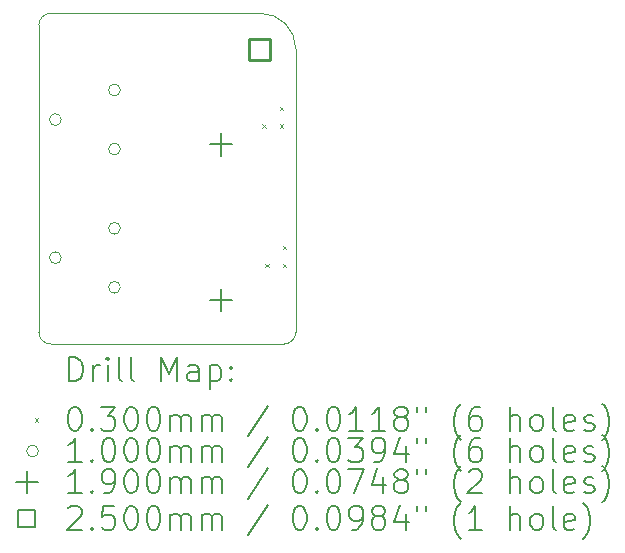
<source format=gbr>
%TF.GenerationSoftware,KiCad,Pcbnew,8.0.1*%
%TF.CreationDate,2024-07-04T15:13:46+08:00*%
%TF.ProjectId,555Sandbox,35353553-616e-4646-926f-782e6b696361,1.0.0*%
%TF.SameCoordinates,Original*%
%TF.FileFunction,Drillmap*%
%TF.FilePolarity,Positive*%
%FSLAX45Y45*%
G04 Gerber Fmt 4.5, Leading zero omitted, Abs format (unit mm)*
G04 Created by KiCad (PCBNEW 8.0.1) date 2024-07-04 15:13:46*
%MOMM*%
%LPD*%
G01*
G04 APERTURE LIST*
%ADD10C,0.050000*%
%ADD11C,0.200000*%
%ADD12C,0.100000*%
%ADD13C,0.190000*%
%ADD14C,0.250000*%
G04 APERTURE END LIST*
D10*
X9370000Y-6690000D02*
G75*
G02*
X9670000Y-6990000I0J-300000D01*
G01*
X9670000Y-9390000D02*
X9670000Y-6990000D01*
X7595000Y-9490000D02*
G75*
G02*
X7494292Y-9390005I0J100710D01*
G01*
X7495000Y-9390000D02*
X7495000Y-6790000D01*
X9670000Y-9390000D02*
G75*
G02*
X9570000Y-9490000I-100000J0D01*
G01*
X9570000Y-9490000D02*
X7595000Y-9490000D01*
X7495000Y-6790000D02*
G75*
G02*
X7595000Y-6690000I100000J0D01*
G01*
X7595000Y-6690000D02*
X9370000Y-6690000D01*
D11*
D12*
X9385000Y-7630000D02*
X9415000Y-7660000D01*
X9415000Y-7630000D02*
X9385000Y-7660000D01*
X9410000Y-8810000D02*
X9440000Y-8840000D01*
X9440000Y-8810000D02*
X9410000Y-8840000D01*
X9535000Y-7480000D02*
X9565000Y-7510000D01*
X9565000Y-7480000D02*
X9535000Y-7510000D01*
X9535000Y-7630000D02*
X9565000Y-7660000D01*
X9565000Y-7630000D02*
X9535000Y-7660000D01*
X9560000Y-8660000D02*
X9590000Y-8690000D01*
X9590000Y-8660000D02*
X9560000Y-8690000D01*
X9560000Y-8810000D02*
X9590000Y-8840000D01*
X9590000Y-8810000D02*
X9560000Y-8840000D01*
X7685000Y-7590000D02*
G75*
G02*
X7585000Y-7590000I-50000J0D01*
G01*
X7585000Y-7590000D02*
G75*
G02*
X7685000Y-7590000I50000J0D01*
G01*
X7685000Y-8760000D02*
G75*
G02*
X7585000Y-8760000I-50000J0D01*
G01*
X7585000Y-8760000D02*
G75*
G02*
X7685000Y-8760000I50000J0D01*
G01*
X8185000Y-7340000D02*
G75*
G02*
X8085000Y-7340000I-50000J0D01*
G01*
X8085000Y-7340000D02*
G75*
G02*
X8185000Y-7340000I50000J0D01*
G01*
X8185000Y-7840000D02*
G75*
G02*
X8085000Y-7840000I-50000J0D01*
G01*
X8085000Y-7840000D02*
G75*
G02*
X8185000Y-7840000I50000J0D01*
G01*
X8185000Y-8510000D02*
G75*
G02*
X8085000Y-8510000I-50000J0D01*
G01*
X8085000Y-8510000D02*
G75*
G02*
X8185000Y-8510000I50000J0D01*
G01*
X8185000Y-9010000D02*
G75*
G02*
X8085000Y-9010000I-50000J0D01*
G01*
X8085000Y-9010000D02*
G75*
G02*
X8185000Y-9010000I50000J0D01*
G01*
D13*
X9035000Y-7705000D02*
X9035000Y-7895000D01*
X8940000Y-7800000D02*
X9130000Y-7800000D01*
X9035000Y-9025000D02*
X9035000Y-9215000D01*
X8940000Y-9120000D02*
X9130000Y-9120000D01*
D14*
X9448389Y-7083389D02*
X9448389Y-6906611D01*
X9271611Y-6906611D01*
X9271611Y-7083389D01*
X9448389Y-7083389D01*
D11*
X7752569Y-9803984D02*
X7752569Y-9603984D01*
X7752569Y-9603984D02*
X7800188Y-9603984D01*
X7800188Y-9603984D02*
X7828759Y-9613508D01*
X7828759Y-9613508D02*
X7847807Y-9632555D01*
X7847807Y-9632555D02*
X7857330Y-9651603D01*
X7857330Y-9651603D02*
X7866854Y-9689698D01*
X7866854Y-9689698D02*
X7866854Y-9718270D01*
X7866854Y-9718270D02*
X7857330Y-9756365D01*
X7857330Y-9756365D02*
X7847807Y-9775412D01*
X7847807Y-9775412D02*
X7828759Y-9794460D01*
X7828759Y-9794460D02*
X7800188Y-9803984D01*
X7800188Y-9803984D02*
X7752569Y-9803984D01*
X7952569Y-9803984D02*
X7952569Y-9670650D01*
X7952569Y-9708746D02*
X7962092Y-9689698D01*
X7962092Y-9689698D02*
X7971616Y-9680174D01*
X7971616Y-9680174D02*
X7990664Y-9670650D01*
X7990664Y-9670650D02*
X8009711Y-9670650D01*
X8076378Y-9803984D02*
X8076378Y-9670650D01*
X8076378Y-9603984D02*
X8066854Y-9613508D01*
X8066854Y-9613508D02*
X8076378Y-9623031D01*
X8076378Y-9623031D02*
X8085902Y-9613508D01*
X8085902Y-9613508D02*
X8076378Y-9603984D01*
X8076378Y-9603984D02*
X8076378Y-9623031D01*
X8200188Y-9803984D02*
X8181140Y-9794460D01*
X8181140Y-9794460D02*
X8171616Y-9775412D01*
X8171616Y-9775412D02*
X8171616Y-9603984D01*
X8304949Y-9803984D02*
X8285902Y-9794460D01*
X8285902Y-9794460D02*
X8276378Y-9775412D01*
X8276378Y-9775412D02*
X8276378Y-9603984D01*
X8533521Y-9803984D02*
X8533521Y-9603984D01*
X8533521Y-9603984D02*
X8600188Y-9746841D01*
X8600188Y-9746841D02*
X8666854Y-9603984D01*
X8666854Y-9603984D02*
X8666854Y-9803984D01*
X8847807Y-9803984D02*
X8847807Y-9699222D01*
X8847807Y-9699222D02*
X8838283Y-9680174D01*
X8838283Y-9680174D02*
X8819235Y-9670650D01*
X8819235Y-9670650D02*
X8781140Y-9670650D01*
X8781140Y-9670650D02*
X8762092Y-9680174D01*
X8847807Y-9794460D02*
X8828759Y-9803984D01*
X8828759Y-9803984D02*
X8781140Y-9803984D01*
X8781140Y-9803984D02*
X8762092Y-9794460D01*
X8762092Y-9794460D02*
X8752569Y-9775412D01*
X8752569Y-9775412D02*
X8752569Y-9756365D01*
X8752569Y-9756365D02*
X8762092Y-9737317D01*
X8762092Y-9737317D02*
X8781140Y-9727793D01*
X8781140Y-9727793D02*
X8828759Y-9727793D01*
X8828759Y-9727793D02*
X8847807Y-9718270D01*
X8943045Y-9670650D02*
X8943045Y-9870650D01*
X8943045Y-9680174D02*
X8962092Y-9670650D01*
X8962092Y-9670650D02*
X9000188Y-9670650D01*
X9000188Y-9670650D02*
X9019235Y-9680174D01*
X9019235Y-9680174D02*
X9028759Y-9689698D01*
X9028759Y-9689698D02*
X9038283Y-9708746D01*
X9038283Y-9708746D02*
X9038283Y-9765889D01*
X9038283Y-9765889D02*
X9028759Y-9784936D01*
X9028759Y-9784936D02*
X9019235Y-9794460D01*
X9019235Y-9794460D02*
X9000188Y-9803984D01*
X9000188Y-9803984D02*
X8962092Y-9803984D01*
X8962092Y-9803984D02*
X8943045Y-9794460D01*
X9123997Y-9784936D02*
X9133521Y-9794460D01*
X9133521Y-9794460D02*
X9123997Y-9803984D01*
X9123997Y-9803984D02*
X9114473Y-9794460D01*
X9114473Y-9794460D02*
X9123997Y-9784936D01*
X9123997Y-9784936D02*
X9123997Y-9803984D01*
X9123997Y-9680174D02*
X9133521Y-9689698D01*
X9133521Y-9689698D02*
X9123997Y-9699222D01*
X9123997Y-9699222D02*
X9114473Y-9689698D01*
X9114473Y-9689698D02*
X9123997Y-9680174D01*
X9123997Y-9680174D02*
X9123997Y-9699222D01*
D12*
X7461792Y-10117500D02*
X7491792Y-10147500D01*
X7491792Y-10117500D02*
X7461792Y-10147500D01*
D11*
X7790664Y-10023984D02*
X7809711Y-10023984D01*
X7809711Y-10023984D02*
X7828759Y-10033508D01*
X7828759Y-10033508D02*
X7838283Y-10043031D01*
X7838283Y-10043031D02*
X7847807Y-10062079D01*
X7847807Y-10062079D02*
X7857330Y-10100174D01*
X7857330Y-10100174D02*
X7857330Y-10147793D01*
X7857330Y-10147793D02*
X7847807Y-10185889D01*
X7847807Y-10185889D02*
X7838283Y-10204936D01*
X7838283Y-10204936D02*
X7828759Y-10214460D01*
X7828759Y-10214460D02*
X7809711Y-10223984D01*
X7809711Y-10223984D02*
X7790664Y-10223984D01*
X7790664Y-10223984D02*
X7771616Y-10214460D01*
X7771616Y-10214460D02*
X7762092Y-10204936D01*
X7762092Y-10204936D02*
X7752569Y-10185889D01*
X7752569Y-10185889D02*
X7743045Y-10147793D01*
X7743045Y-10147793D02*
X7743045Y-10100174D01*
X7743045Y-10100174D02*
X7752569Y-10062079D01*
X7752569Y-10062079D02*
X7762092Y-10043031D01*
X7762092Y-10043031D02*
X7771616Y-10033508D01*
X7771616Y-10033508D02*
X7790664Y-10023984D01*
X7943045Y-10204936D02*
X7952569Y-10214460D01*
X7952569Y-10214460D02*
X7943045Y-10223984D01*
X7943045Y-10223984D02*
X7933521Y-10214460D01*
X7933521Y-10214460D02*
X7943045Y-10204936D01*
X7943045Y-10204936D02*
X7943045Y-10223984D01*
X8019235Y-10023984D02*
X8143045Y-10023984D01*
X8143045Y-10023984D02*
X8076378Y-10100174D01*
X8076378Y-10100174D02*
X8104950Y-10100174D01*
X8104950Y-10100174D02*
X8123997Y-10109698D01*
X8123997Y-10109698D02*
X8133521Y-10119222D01*
X8133521Y-10119222D02*
X8143045Y-10138270D01*
X8143045Y-10138270D02*
X8143045Y-10185889D01*
X8143045Y-10185889D02*
X8133521Y-10204936D01*
X8133521Y-10204936D02*
X8123997Y-10214460D01*
X8123997Y-10214460D02*
X8104950Y-10223984D01*
X8104950Y-10223984D02*
X8047807Y-10223984D01*
X8047807Y-10223984D02*
X8028759Y-10214460D01*
X8028759Y-10214460D02*
X8019235Y-10204936D01*
X8266854Y-10023984D02*
X8285902Y-10023984D01*
X8285902Y-10023984D02*
X8304950Y-10033508D01*
X8304950Y-10033508D02*
X8314473Y-10043031D01*
X8314473Y-10043031D02*
X8323997Y-10062079D01*
X8323997Y-10062079D02*
X8333521Y-10100174D01*
X8333521Y-10100174D02*
X8333521Y-10147793D01*
X8333521Y-10147793D02*
X8323997Y-10185889D01*
X8323997Y-10185889D02*
X8314473Y-10204936D01*
X8314473Y-10204936D02*
X8304950Y-10214460D01*
X8304950Y-10214460D02*
X8285902Y-10223984D01*
X8285902Y-10223984D02*
X8266854Y-10223984D01*
X8266854Y-10223984D02*
X8247807Y-10214460D01*
X8247807Y-10214460D02*
X8238283Y-10204936D01*
X8238283Y-10204936D02*
X8228759Y-10185889D01*
X8228759Y-10185889D02*
X8219235Y-10147793D01*
X8219235Y-10147793D02*
X8219235Y-10100174D01*
X8219235Y-10100174D02*
X8228759Y-10062079D01*
X8228759Y-10062079D02*
X8238283Y-10043031D01*
X8238283Y-10043031D02*
X8247807Y-10033508D01*
X8247807Y-10033508D02*
X8266854Y-10023984D01*
X8457331Y-10023984D02*
X8476378Y-10023984D01*
X8476378Y-10023984D02*
X8495426Y-10033508D01*
X8495426Y-10033508D02*
X8504950Y-10043031D01*
X8504950Y-10043031D02*
X8514473Y-10062079D01*
X8514473Y-10062079D02*
X8523997Y-10100174D01*
X8523997Y-10100174D02*
X8523997Y-10147793D01*
X8523997Y-10147793D02*
X8514473Y-10185889D01*
X8514473Y-10185889D02*
X8504950Y-10204936D01*
X8504950Y-10204936D02*
X8495426Y-10214460D01*
X8495426Y-10214460D02*
X8476378Y-10223984D01*
X8476378Y-10223984D02*
X8457331Y-10223984D01*
X8457331Y-10223984D02*
X8438283Y-10214460D01*
X8438283Y-10214460D02*
X8428759Y-10204936D01*
X8428759Y-10204936D02*
X8419235Y-10185889D01*
X8419235Y-10185889D02*
X8409712Y-10147793D01*
X8409712Y-10147793D02*
X8409712Y-10100174D01*
X8409712Y-10100174D02*
X8419235Y-10062079D01*
X8419235Y-10062079D02*
X8428759Y-10043031D01*
X8428759Y-10043031D02*
X8438283Y-10033508D01*
X8438283Y-10033508D02*
X8457331Y-10023984D01*
X8609712Y-10223984D02*
X8609712Y-10090650D01*
X8609712Y-10109698D02*
X8619235Y-10100174D01*
X8619235Y-10100174D02*
X8638283Y-10090650D01*
X8638283Y-10090650D02*
X8666854Y-10090650D01*
X8666854Y-10090650D02*
X8685902Y-10100174D01*
X8685902Y-10100174D02*
X8695426Y-10119222D01*
X8695426Y-10119222D02*
X8695426Y-10223984D01*
X8695426Y-10119222D02*
X8704950Y-10100174D01*
X8704950Y-10100174D02*
X8723997Y-10090650D01*
X8723997Y-10090650D02*
X8752569Y-10090650D01*
X8752569Y-10090650D02*
X8771616Y-10100174D01*
X8771616Y-10100174D02*
X8781140Y-10119222D01*
X8781140Y-10119222D02*
X8781140Y-10223984D01*
X8876378Y-10223984D02*
X8876378Y-10090650D01*
X8876378Y-10109698D02*
X8885902Y-10100174D01*
X8885902Y-10100174D02*
X8904950Y-10090650D01*
X8904950Y-10090650D02*
X8933521Y-10090650D01*
X8933521Y-10090650D02*
X8952569Y-10100174D01*
X8952569Y-10100174D02*
X8962093Y-10119222D01*
X8962093Y-10119222D02*
X8962093Y-10223984D01*
X8962093Y-10119222D02*
X8971616Y-10100174D01*
X8971616Y-10100174D02*
X8990664Y-10090650D01*
X8990664Y-10090650D02*
X9019235Y-10090650D01*
X9019235Y-10090650D02*
X9038283Y-10100174D01*
X9038283Y-10100174D02*
X9047807Y-10119222D01*
X9047807Y-10119222D02*
X9047807Y-10223984D01*
X9438283Y-10014460D02*
X9266855Y-10271603D01*
X9695426Y-10023984D02*
X9714474Y-10023984D01*
X9714474Y-10023984D02*
X9733521Y-10033508D01*
X9733521Y-10033508D02*
X9743045Y-10043031D01*
X9743045Y-10043031D02*
X9752569Y-10062079D01*
X9752569Y-10062079D02*
X9762093Y-10100174D01*
X9762093Y-10100174D02*
X9762093Y-10147793D01*
X9762093Y-10147793D02*
X9752569Y-10185889D01*
X9752569Y-10185889D02*
X9743045Y-10204936D01*
X9743045Y-10204936D02*
X9733521Y-10214460D01*
X9733521Y-10214460D02*
X9714474Y-10223984D01*
X9714474Y-10223984D02*
X9695426Y-10223984D01*
X9695426Y-10223984D02*
X9676378Y-10214460D01*
X9676378Y-10214460D02*
X9666855Y-10204936D01*
X9666855Y-10204936D02*
X9657331Y-10185889D01*
X9657331Y-10185889D02*
X9647807Y-10147793D01*
X9647807Y-10147793D02*
X9647807Y-10100174D01*
X9647807Y-10100174D02*
X9657331Y-10062079D01*
X9657331Y-10062079D02*
X9666855Y-10043031D01*
X9666855Y-10043031D02*
X9676378Y-10033508D01*
X9676378Y-10033508D02*
X9695426Y-10023984D01*
X9847807Y-10204936D02*
X9857331Y-10214460D01*
X9857331Y-10214460D02*
X9847807Y-10223984D01*
X9847807Y-10223984D02*
X9838283Y-10214460D01*
X9838283Y-10214460D02*
X9847807Y-10204936D01*
X9847807Y-10204936D02*
X9847807Y-10223984D01*
X9981140Y-10023984D02*
X10000188Y-10023984D01*
X10000188Y-10023984D02*
X10019236Y-10033508D01*
X10019236Y-10033508D02*
X10028759Y-10043031D01*
X10028759Y-10043031D02*
X10038283Y-10062079D01*
X10038283Y-10062079D02*
X10047807Y-10100174D01*
X10047807Y-10100174D02*
X10047807Y-10147793D01*
X10047807Y-10147793D02*
X10038283Y-10185889D01*
X10038283Y-10185889D02*
X10028759Y-10204936D01*
X10028759Y-10204936D02*
X10019236Y-10214460D01*
X10019236Y-10214460D02*
X10000188Y-10223984D01*
X10000188Y-10223984D02*
X9981140Y-10223984D01*
X9981140Y-10223984D02*
X9962093Y-10214460D01*
X9962093Y-10214460D02*
X9952569Y-10204936D01*
X9952569Y-10204936D02*
X9943045Y-10185889D01*
X9943045Y-10185889D02*
X9933521Y-10147793D01*
X9933521Y-10147793D02*
X9933521Y-10100174D01*
X9933521Y-10100174D02*
X9943045Y-10062079D01*
X9943045Y-10062079D02*
X9952569Y-10043031D01*
X9952569Y-10043031D02*
X9962093Y-10033508D01*
X9962093Y-10033508D02*
X9981140Y-10023984D01*
X10238283Y-10223984D02*
X10123997Y-10223984D01*
X10181140Y-10223984D02*
X10181140Y-10023984D01*
X10181140Y-10023984D02*
X10162093Y-10052555D01*
X10162093Y-10052555D02*
X10143045Y-10071603D01*
X10143045Y-10071603D02*
X10123997Y-10081127D01*
X10428759Y-10223984D02*
X10314474Y-10223984D01*
X10371616Y-10223984D02*
X10371616Y-10023984D01*
X10371616Y-10023984D02*
X10352569Y-10052555D01*
X10352569Y-10052555D02*
X10333521Y-10071603D01*
X10333521Y-10071603D02*
X10314474Y-10081127D01*
X10543045Y-10109698D02*
X10523997Y-10100174D01*
X10523997Y-10100174D02*
X10514474Y-10090650D01*
X10514474Y-10090650D02*
X10504950Y-10071603D01*
X10504950Y-10071603D02*
X10504950Y-10062079D01*
X10504950Y-10062079D02*
X10514474Y-10043031D01*
X10514474Y-10043031D02*
X10523997Y-10033508D01*
X10523997Y-10033508D02*
X10543045Y-10023984D01*
X10543045Y-10023984D02*
X10581140Y-10023984D01*
X10581140Y-10023984D02*
X10600188Y-10033508D01*
X10600188Y-10033508D02*
X10609712Y-10043031D01*
X10609712Y-10043031D02*
X10619236Y-10062079D01*
X10619236Y-10062079D02*
X10619236Y-10071603D01*
X10619236Y-10071603D02*
X10609712Y-10090650D01*
X10609712Y-10090650D02*
X10600188Y-10100174D01*
X10600188Y-10100174D02*
X10581140Y-10109698D01*
X10581140Y-10109698D02*
X10543045Y-10109698D01*
X10543045Y-10109698D02*
X10523997Y-10119222D01*
X10523997Y-10119222D02*
X10514474Y-10128746D01*
X10514474Y-10128746D02*
X10504950Y-10147793D01*
X10504950Y-10147793D02*
X10504950Y-10185889D01*
X10504950Y-10185889D02*
X10514474Y-10204936D01*
X10514474Y-10204936D02*
X10523997Y-10214460D01*
X10523997Y-10214460D02*
X10543045Y-10223984D01*
X10543045Y-10223984D02*
X10581140Y-10223984D01*
X10581140Y-10223984D02*
X10600188Y-10214460D01*
X10600188Y-10214460D02*
X10609712Y-10204936D01*
X10609712Y-10204936D02*
X10619236Y-10185889D01*
X10619236Y-10185889D02*
X10619236Y-10147793D01*
X10619236Y-10147793D02*
X10609712Y-10128746D01*
X10609712Y-10128746D02*
X10600188Y-10119222D01*
X10600188Y-10119222D02*
X10581140Y-10109698D01*
X10695426Y-10023984D02*
X10695426Y-10062079D01*
X10771617Y-10023984D02*
X10771617Y-10062079D01*
X11066855Y-10300174D02*
X11057331Y-10290650D01*
X11057331Y-10290650D02*
X11038283Y-10262079D01*
X11038283Y-10262079D02*
X11028759Y-10243031D01*
X11028759Y-10243031D02*
X11019236Y-10214460D01*
X11019236Y-10214460D02*
X11009712Y-10166841D01*
X11009712Y-10166841D02*
X11009712Y-10128746D01*
X11009712Y-10128746D02*
X11019236Y-10081127D01*
X11019236Y-10081127D02*
X11028759Y-10052555D01*
X11028759Y-10052555D02*
X11038283Y-10033508D01*
X11038283Y-10033508D02*
X11057331Y-10004936D01*
X11057331Y-10004936D02*
X11066855Y-9995412D01*
X11228759Y-10023984D02*
X11190664Y-10023984D01*
X11190664Y-10023984D02*
X11171617Y-10033508D01*
X11171617Y-10033508D02*
X11162093Y-10043031D01*
X11162093Y-10043031D02*
X11143045Y-10071603D01*
X11143045Y-10071603D02*
X11133521Y-10109698D01*
X11133521Y-10109698D02*
X11133521Y-10185889D01*
X11133521Y-10185889D02*
X11143045Y-10204936D01*
X11143045Y-10204936D02*
X11152569Y-10214460D01*
X11152569Y-10214460D02*
X11171617Y-10223984D01*
X11171617Y-10223984D02*
X11209712Y-10223984D01*
X11209712Y-10223984D02*
X11228759Y-10214460D01*
X11228759Y-10214460D02*
X11238283Y-10204936D01*
X11238283Y-10204936D02*
X11247807Y-10185889D01*
X11247807Y-10185889D02*
X11247807Y-10138270D01*
X11247807Y-10138270D02*
X11238283Y-10119222D01*
X11238283Y-10119222D02*
X11228759Y-10109698D01*
X11228759Y-10109698D02*
X11209712Y-10100174D01*
X11209712Y-10100174D02*
X11171617Y-10100174D01*
X11171617Y-10100174D02*
X11152569Y-10109698D01*
X11152569Y-10109698D02*
X11143045Y-10119222D01*
X11143045Y-10119222D02*
X11133521Y-10138270D01*
X11485902Y-10223984D02*
X11485902Y-10023984D01*
X11571617Y-10223984D02*
X11571617Y-10119222D01*
X11571617Y-10119222D02*
X11562093Y-10100174D01*
X11562093Y-10100174D02*
X11543045Y-10090650D01*
X11543045Y-10090650D02*
X11514474Y-10090650D01*
X11514474Y-10090650D02*
X11495426Y-10100174D01*
X11495426Y-10100174D02*
X11485902Y-10109698D01*
X11695426Y-10223984D02*
X11676378Y-10214460D01*
X11676378Y-10214460D02*
X11666855Y-10204936D01*
X11666855Y-10204936D02*
X11657331Y-10185889D01*
X11657331Y-10185889D02*
X11657331Y-10128746D01*
X11657331Y-10128746D02*
X11666855Y-10109698D01*
X11666855Y-10109698D02*
X11676378Y-10100174D01*
X11676378Y-10100174D02*
X11695426Y-10090650D01*
X11695426Y-10090650D02*
X11723998Y-10090650D01*
X11723998Y-10090650D02*
X11743045Y-10100174D01*
X11743045Y-10100174D02*
X11752569Y-10109698D01*
X11752569Y-10109698D02*
X11762093Y-10128746D01*
X11762093Y-10128746D02*
X11762093Y-10185889D01*
X11762093Y-10185889D02*
X11752569Y-10204936D01*
X11752569Y-10204936D02*
X11743045Y-10214460D01*
X11743045Y-10214460D02*
X11723998Y-10223984D01*
X11723998Y-10223984D02*
X11695426Y-10223984D01*
X11876378Y-10223984D02*
X11857331Y-10214460D01*
X11857331Y-10214460D02*
X11847807Y-10195412D01*
X11847807Y-10195412D02*
X11847807Y-10023984D01*
X12028759Y-10214460D02*
X12009712Y-10223984D01*
X12009712Y-10223984D02*
X11971617Y-10223984D01*
X11971617Y-10223984D02*
X11952569Y-10214460D01*
X11952569Y-10214460D02*
X11943045Y-10195412D01*
X11943045Y-10195412D02*
X11943045Y-10119222D01*
X11943045Y-10119222D02*
X11952569Y-10100174D01*
X11952569Y-10100174D02*
X11971617Y-10090650D01*
X11971617Y-10090650D02*
X12009712Y-10090650D01*
X12009712Y-10090650D02*
X12028759Y-10100174D01*
X12028759Y-10100174D02*
X12038283Y-10119222D01*
X12038283Y-10119222D02*
X12038283Y-10138270D01*
X12038283Y-10138270D02*
X11943045Y-10157317D01*
X12114474Y-10214460D02*
X12133521Y-10223984D01*
X12133521Y-10223984D02*
X12171617Y-10223984D01*
X12171617Y-10223984D02*
X12190664Y-10214460D01*
X12190664Y-10214460D02*
X12200188Y-10195412D01*
X12200188Y-10195412D02*
X12200188Y-10185889D01*
X12200188Y-10185889D02*
X12190664Y-10166841D01*
X12190664Y-10166841D02*
X12171617Y-10157317D01*
X12171617Y-10157317D02*
X12143045Y-10157317D01*
X12143045Y-10157317D02*
X12123998Y-10147793D01*
X12123998Y-10147793D02*
X12114474Y-10128746D01*
X12114474Y-10128746D02*
X12114474Y-10119222D01*
X12114474Y-10119222D02*
X12123998Y-10100174D01*
X12123998Y-10100174D02*
X12143045Y-10090650D01*
X12143045Y-10090650D02*
X12171617Y-10090650D01*
X12171617Y-10090650D02*
X12190664Y-10100174D01*
X12266855Y-10300174D02*
X12276379Y-10290650D01*
X12276379Y-10290650D02*
X12295426Y-10262079D01*
X12295426Y-10262079D02*
X12304950Y-10243031D01*
X12304950Y-10243031D02*
X12314474Y-10214460D01*
X12314474Y-10214460D02*
X12323998Y-10166841D01*
X12323998Y-10166841D02*
X12323998Y-10128746D01*
X12323998Y-10128746D02*
X12314474Y-10081127D01*
X12314474Y-10081127D02*
X12304950Y-10052555D01*
X12304950Y-10052555D02*
X12295426Y-10033508D01*
X12295426Y-10033508D02*
X12276379Y-10004936D01*
X12276379Y-10004936D02*
X12266855Y-9995412D01*
D12*
X7491792Y-10396500D02*
G75*
G02*
X7391792Y-10396500I-50000J0D01*
G01*
X7391792Y-10396500D02*
G75*
G02*
X7491792Y-10396500I50000J0D01*
G01*
D11*
X7857330Y-10487984D02*
X7743045Y-10487984D01*
X7800188Y-10487984D02*
X7800188Y-10287984D01*
X7800188Y-10287984D02*
X7781140Y-10316555D01*
X7781140Y-10316555D02*
X7762092Y-10335603D01*
X7762092Y-10335603D02*
X7743045Y-10345127D01*
X7943045Y-10468936D02*
X7952569Y-10478460D01*
X7952569Y-10478460D02*
X7943045Y-10487984D01*
X7943045Y-10487984D02*
X7933521Y-10478460D01*
X7933521Y-10478460D02*
X7943045Y-10468936D01*
X7943045Y-10468936D02*
X7943045Y-10487984D01*
X8076378Y-10287984D02*
X8095426Y-10287984D01*
X8095426Y-10287984D02*
X8114473Y-10297508D01*
X8114473Y-10297508D02*
X8123997Y-10307031D01*
X8123997Y-10307031D02*
X8133521Y-10326079D01*
X8133521Y-10326079D02*
X8143045Y-10364174D01*
X8143045Y-10364174D02*
X8143045Y-10411793D01*
X8143045Y-10411793D02*
X8133521Y-10449889D01*
X8133521Y-10449889D02*
X8123997Y-10468936D01*
X8123997Y-10468936D02*
X8114473Y-10478460D01*
X8114473Y-10478460D02*
X8095426Y-10487984D01*
X8095426Y-10487984D02*
X8076378Y-10487984D01*
X8076378Y-10487984D02*
X8057330Y-10478460D01*
X8057330Y-10478460D02*
X8047807Y-10468936D01*
X8047807Y-10468936D02*
X8038283Y-10449889D01*
X8038283Y-10449889D02*
X8028759Y-10411793D01*
X8028759Y-10411793D02*
X8028759Y-10364174D01*
X8028759Y-10364174D02*
X8038283Y-10326079D01*
X8038283Y-10326079D02*
X8047807Y-10307031D01*
X8047807Y-10307031D02*
X8057330Y-10297508D01*
X8057330Y-10297508D02*
X8076378Y-10287984D01*
X8266854Y-10287984D02*
X8285902Y-10287984D01*
X8285902Y-10287984D02*
X8304950Y-10297508D01*
X8304950Y-10297508D02*
X8314473Y-10307031D01*
X8314473Y-10307031D02*
X8323997Y-10326079D01*
X8323997Y-10326079D02*
X8333521Y-10364174D01*
X8333521Y-10364174D02*
X8333521Y-10411793D01*
X8333521Y-10411793D02*
X8323997Y-10449889D01*
X8323997Y-10449889D02*
X8314473Y-10468936D01*
X8314473Y-10468936D02*
X8304950Y-10478460D01*
X8304950Y-10478460D02*
X8285902Y-10487984D01*
X8285902Y-10487984D02*
X8266854Y-10487984D01*
X8266854Y-10487984D02*
X8247807Y-10478460D01*
X8247807Y-10478460D02*
X8238283Y-10468936D01*
X8238283Y-10468936D02*
X8228759Y-10449889D01*
X8228759Y-10449889D02*
X8219235Y-10411793D01*
X8219235Y-10411793D02*
X8219235Y-10364174D01*
X8219235Y-10364174D02*
X8228759Y-10326079D01*
X8228759Y-10326079D02*
X8238283Y-10307031D01*
X8238283Y-10307031D02*
X8247807Y-10297508D01*
X8247807Y-10297508D02*
X8266854Y-10287984D01*
X8457331Y-10287984D02*
X8476378Y-10287984D01*
X8476378Y-10287984D02*
X8495426Y-10297508D01*
X8495426Y-10297508D02*
X8504950Y-10307031D01*
X8504950Y-10307031D02*
X8514473Y-10326079D01*
X8514473Y-10326079D02*
X8523997Y-10364174D01*
X8523997Y-10364174D02*
X8523997Y-10411793D01*
X8523997Y-10411793D02*
X8514473Y-10449889D01*
X8514473Y-10449889D02*
X8504950Y-10468936D01*
X8504950Y-10468936D02*
X8495426Y-10478460D01*
X8495426Y-10478460D02*
X8476378Y-10487984D01*
X8476378Y-10487984D02*
X8457331Y-10487984D01*
X8457331Y-10487984D02*
X8438283Y-10478460D01*
X8438283Y-10478460D02*
X8428759Y-10468936D01*
X8428759Y-10468936D02*
X8419235Y-10449889D01*
X8419235Y-10449889D02*
X8409712Y-10411793D01*
X8409712Y-10411793D02*
X8409712Y-10364174D01*
X8409712Y-10364174D02*
X8419235Y-10326079D01*
X8419235Y-10326079D02*
X8428759Y-10307031D01*
X8428759Y-10307031D02*
X8438283Y-10297508D01*
X8438283Y-10297508D02*
X8457331Y-10287984D01*
X8609712Y-10487984D02*
X8609712Y-10354650D01*
X8609712Y-10373698D02*
X8619235Y-10364174D01*
X8619235Y-10364174D02*
X8638283Y-10354650D01*
X8638283Y-10354650D02*
X8666854Y-10354650D01*
X8666854Y-10354650D02*
X8685902Y-10364174D01*
X8685902Y-10364174D02*
X8695426Y-10383222D01*
X8695426Y-10383222D02*
X8695426Y-10487984D01*
X8695426Y-10383222D02*
X8704950Y-10364174D01*
X8704950Y-10364174D02*
X8723997Y-10354650D01*
X8723997Y-10354650D02*
X8752569Y-10354650D01*
X8752569Y-10354650D02*
X8771616Y-10364174D01*
X8771616Y-10364174D02*
X8781140Y-10383222D01*
X8781140Y-10383222D02*
X8781140Y-10487984D01*
X8876378Y-10487984D02*
X8876378Y-10354650D01*
X8876378Y-10373698D02*
X8885902Y-10364174D01*
X8885902Y-10364174D02*
X8904950Y-10354650D01*
X8904950Y-10354650D02*
X8933521Y-10354650D01*
X8933521Y-10354650D02*
X8952569Y-10364174D01*
X8952569Y-10364174D02*
X8962093Y-10383222D01*
X8962093Y-10383222D02*
X8962093Y-10487984D01*
X8962093Y-10383222D02*
X8971616Y-10364174D01*
X8971616Y-10364174D02*
X8990664Y-10354650D01*
X8990664Y-10354650D02*
X9019235Y-10354650D01*
X9019235Y-10354650D02*
X9038283Y-10364174D01*
X9038283Y-10364174D02*
X9047807Y-10383222D01*
X9047807Y-10383222D02*
X9047807Y-10487984D01*
X9438283Y-10278460D02*
X9266855Y-10535603D01*
X9695426Y-10287984D02*
X9714474Y-10287984D01*
X9714474Y-10287984D02*
X9733521Y-10297508D01*
X9733521Y-10297508D02*
X9743045Y-10307031D01*
X9743045Y-10307031D02*
X9752569Y-10326079D01*
X9752569Y-10326079D02*
X9762093Y-10364174D01*
X9762093Y-10364174D02*
X9762093Y-10411793D01*
X9762093Y-10411793D02*
X9752569Y-10449889D01*
X9752569Y-10449889D02*
X9743045Y-10468936D01*
X9743045Y-10468936D02*
X9733521Y-10478460D01*
X9733521Y-10478460D02*
X9714474Y-10487984D01*
X9714474Y-10487984D02*
X9695426Y-10487984D01*
X9695426Y-10487984D02*
X9676378Y-10478460D01*
X9676378Y-10478460D02*
X9666855Y-10468936D01*
X9666855Y-10468936D02*
X9657331Y-10449889D01*
X9657331Y-10449889D02*
X9647807Y-10411793D01*
X9647807Y-10411793D02*
X9647807Y-10364174D01*
X9647807Y-10364174D02*
X9657331Y-10326079D01*
X9657331Y-10326079D02*
X9666855Y-10307031D01*
X9666855Y-10307031D02*
X9676378Y-10297508D01*
X9676378Y-10297508D02*
X9695426Y-10287984D01*
X9847807Y-10468936D02*
X9857331Y-10478460D01*
X9857331Y-10478460D02*
X9847807Y-10487984D01*
X9847807Y-10487984D02*
X9838283Y-10478460D01*
X9838283Y-10478460D02*
X9847807Y-10468936D01*
X9847807Y-10468936D02*
X9847807Y-10487984D01*
X9981140Y-10287984D02*
X10000188Y-10287984D01*
X10000188Y-10287984D02*
X10019236Y-10297508D01*
X10019236Y-10297508D02*
X10028759Y-10307031D01*
X10028759Y-10307031D02*
X10038283Y-10326079D01*
X10038283Y-10326079D02*
X10047807Y-10364174D01*
X10047807Y-10364174D02*
X10047807Y-10411793D01*
X10047807Y-10411793D02*
X10038283Y-10449889D01*
X10038283Y-10449889D02*
X10028759Y-10468936D01*
X10028759Y-10468936D02*
X10019236Y-10478460D01*
X10019236Y-10478460D02*
X10000188Y-10487984D01*
X10000188Y-10487984D02*
X9981140Y-10487984D01*
X9981140Y-10487984D02*
X9962093Y-10478460D01*
X9962093Y-10478460D02*
X9952569Y-10468936D01*
X9952569Y-10468936D02*
X9943045Y-10449889D01*
X9943045Y-10449889D02*
X9933521Y-10411793D01*
X9933521Y-10411793D02*
X9933521Y-10364174D01*
X9933521Y-10364174D02*
X9943045Y-10326079D01*
X9943045Y-10326079D02*
X9952569Y-10307031D01*
X9952569Y-10307031D02*
X9962093Y-10297508D01*
X9962093Y-10297508D02*
X9981140Y-10287984D01*
X10114474Y-10287984D02*
X10238283Y-10287984D01*
X10238283Y-10287984D02*
X10171616Y-10364174D01*
X10171616Y-10364174D02*
X10200188Y-10364174D01*
X10200188Y-10364174D02*
X10219236Y-10373698D01*
X10219236Y-10373698D02*
X10228759Y-10383222D01*
X10228759Y-10383222D02*
X10238283Y-10402270D01*
X10238283Y-10402270D02*
X10238283Y-10449889D01*
X10238283Y-10449889D02*
X10228759Y-10468936D01*
X10228759Y-10468936D02*
X10219236Y-10478460D01*
X10219236Y-10478460D02*
X10200188Y-10487984D01*
X10200188Y-10487984D02*
X10143045Y-10487984D01*
X10143045Y-10487984D02*
X10123997Y-10478460D01*
X10123997Y-10478460D02*
X10114474Y-10468936D01*
X10333521Y-10487984D02*
X10371616Y-10487984D01*
X10371616Y-10487984D02*
X10390664Y-10478460D01*
X10390664Y-10478460D02*
X10400188Y-10468936D01*
X10400188Y-10468936D02*
X10419236Y-10440365D01*
X10419236Y-10440365D02*
X10428759Y-10402270D01*
X10428759Y-10402270D02*
X10428759Y-10326079D01*
X10428759Y-10326079D02*
X10419236Y-10307031D01*
X10419236Y-10307031D02*
X10409712Y-10297508D01*
X10409712Y-10297508D02*
X10390664Y-10287984D01*
X10390664Y-10287984D02*
X10352569Y-10287984D01*
X10352569Y-10287984D02*
X10333521Y-10297508D01*
X10333521Y-10297508D02*
X10323997Y-10307031D01*
X10323997Y-10307031D02*
X10314474Y-10326079D01*
X10314474Y-10326079D02*
X10314474Y-10373698D01*
X10314474Y-10373698D02*
X10323997Y-10392746D01*
X10323997Y-10392746D02*
X10333521Y-10402270D01*
X10333521Y-10402270D02*
X10352569Y-10411793D01*
X10352569Y-10411793D02*
X10390664Y-10411793D01*
X10390664Y-10411793D02*
X10409712Y-10402270D01*
X10409712Y-10402270D02*
X10419236Y-10392746D01*
X10419236Y-10392746D02*
X10428759Y-10373698D01*
X10600188Y-10354650D02*
X10600188Y-10487984D01*
X10552569Y-10278460D02*
X10504950Y-10421317D01*
X10504950Y-10421317D02*
X10628759Y-10421317D01*
X10695426Y-10287984D02*
X10695426Y-10326079D01*
X10771617Y-10287984D02*
X10771617Y-10326079D01*
X11066855Y-10564174D02*
X11057331Y-10554650D01*
X11057331Y-10554650D02*
X11038283Y-10526079D01*
X11038283Y-10526079D02*
X11028759Y-10507031D01*
X11028759Y-10507031D02*
X11019236Y-10478460D01*
X11019236Y-10478460D02*
X11009712Y-10430841D01*
X11009712Y-10430841D02*
X11009712Y-10392746D01*
X11009712Y-10392746D02*
X11019236Y-10345127D01*
X11019236Y-10345127D02*
X11028759Y-10316555D01*
X11028759Y-10316555D02*
X11038283Y-10297508D01*
X11038283Y-10297508D02*
X11057331Y-10268936D01*
X11057331Y-10268936D02*
X11066855Y-10259412D01*
X11228759Y-10287984D02*
X11190664Y-10287984D01*
X11190664Y-10287984D02*
X11171617Y-10297508D01*
X11171617Y-10297508D02*
X11162093Y-10307031D01*
X11162093Y-10307031D02*
X11143045Y-10335603D01*
X11143045Y-10335603D02*
X11133521Y-10373698D01*
X11133521Y-10373698D02*
X11133521Y-10449889D01*
X11133521Y-10449889D02*
X11143045Y-10468936D01*
X11143045Y-10468936D02*
X11152569Y-10478460D01*
X11152569Y-10478460D02*
X11171617Y-10487984D01*
X11171617Y-10487984D02*
X11209712Y-10487984D01*
X11209712Y-10487984D02*
X11228759Y-10478460D01*
X11228759Y-10478460D02*
X11238283Y-10468936D01*
X11238283Y-10468936D02*
X11247807Y-10449889D01*
X11247807Y-10449889D02*
X11247807Y-10402270D01*
X11247807Y-10402270D02*
X11238283Y-10383222D01*
X11238283Y-10383222D02*
X11228759Y-10373698D01*
X11228759Y-10373698D02*
X11209712Y-10364174D01*
X11209712Y-10364174D02*
X11171617Y-10364174D01*
X11171617Y-10364174D02*
X11152569Y-10373698D01*
X11152569Y-10373698D02*
X11143045Y-10383222D01*
X11143045Y-10383222D02*
X11133521Y-10402270D01*
X11485902Y-10487984D02*
X11485902Y-10287984D01*
X11571617Y-10487984D02*
X11571617Y-10383222D01*
X11571617Y-10383222D02*
X11562093Y-10364174D01*
X11562093Y-10364174D02*
X11543045Y-10354650D01*
X11543045Y-10354650D02*
X11514474Y-10354650D01*
X11514474Y-10354650D02*
X11495426Y-10364174D01*
X11495426Y-10364174D02*
X11485902Y-10373698D01*
X11695426Y-10487984D02*
X11676378Y-10478460D01*
X11676378Y-10478460D02*
X11666855Y-10468936D01*
X11666855Y-10468936D02*
X11657331Y-10449889D01*
X11657331Y-10449889D02*
X11657331Y-10392746D01*
X11657331Y-10392746D02*
X11666855Y-10373698D01*
X11666855Y-10373698D02*
X11676378Y-10364174D01*
X11676378Y-10364174D02*
X11695426Y-10354650D01*
X11695426Y-10354650D02*
X11723998Y-10354650D01*
X11723998Y-10354650D02*
X11743045Y-10364174D01*
X11743045Y-10364174D02*
X11752569Y-10373698D01*
X11752569Y-10373698D02*
X11762093Y-10392746D01*
X11762093Y-10392746D02*
X11762093Y-10449889D01*
X11762093Y-10449889D02*
X11752569Y-10468936D01*
X11752569Y-10468936D02*
X11743045Y-10478460D01*
X11743045Y-10478460D02*
X11723998Y-10487984D01*
X11723998Y-10487984D02*
X11695426Y-10487984D01*
X11876378Y-10487984D02*
X11857331Y-10478460D01*
X11857331Y-10478460D02*
X11847807Y-10459412D01*
X11847807Y-10459412D02*
X11847807Y-10287984D01*
X12028759Y-10478460D02*
X12009712Y-10487984D01*
X12009712Y-10487984D02*
X11971617Y-10487984D01*
X11971617Y-10487984D02*
X11952569Y-10478460D01*
X11952569Y-10478460D02*
X11943045Y-10459412D01*
X11943045Y-10459412D02*
X11943045Y-10383222D01*
X11943045Y-10383222D02*
X11952569Y-10364174D01*
X11952569Y-10364174D02*
X11971617Y-10354650D01*
X11971617Y-10354650D02*
X12009712Y-10354650D01*
X12009712Y-10354650D02*
X12028759Y-10364174D01*
X12028759Y-10364174D02*
X12038283Y-10383222D01*
X12038283Y-10383222D02*
X12038283Y-10402270D01*
X12038283Y-10402270D02*
X11943045Y-10421317D01*
X12114474Y-10478460D02*
X12133521Y-10487984D01*
X12133521Y-10487984D02*
X12171617Y-10487984D01*
X12171617Y-10487984D02*
X12190664Y-10478460D01*
X12190664Y-10478460D02*
X12200188Y-10459412D01*
X12200188Y-10459412D02*
X12200188Y-10449889D01*
X12200188Y-10449889D02*
X12190664Y-10430841D01*
X12190664Y-10430841D02*
X12171617Y-10421317D01*
X12171617Y-10421317D02*
X12143045Y-10421317D01*
X12143045Y-10421317D02*
X12123998Y-10411793D01*
X12123998Y-10411793D02*
X12114474Y-10392746D01*
X12114474Y-10392746D02*
X12114474Y-10383222D01*
X12114474Y-10383222D02*
X12123998Y-10364174D01*
X12123998Y-10364174D02*
X12143045Y-10354650D01*
X12143045Y-10354650D02*
X12171617Y-10354650D01*
X12171617Y-10354650D02*
X12190664Y-10364174D01*
X12266855Y-10564174D02*
X12276379Y-10554650D01*
X12276379Y-10554650D02*
X12295426Y-10526079D01*
X12295426Y-10526079D02*
X12304950Y-10507031D01*
X12304950Y-10507031D02*
X12314474Y-10478460D01*
X12314474Y-10478460D02*
X12323998Y-10430841D01*
X12323998Y-10430841D02*
X12323998Y-10392746D01*
X12323998Y-10392746D02*
X12314474Y-10345127D01*
X12314474Y-10345127D02*
X12304950Y-10316555D01*
X12304950Y-10316555D02*
X12295426Y-10297508D01*
X12295426Y-10297508D02*
X12276379Y-10268936D01*
X12276379Y-10268936D02*
X12266855Y-10259412D01*
D13*
X7396792Y-10565500D02*
X7396792Y-10755500D01*
X7301792Y-10660500D02*
X7491792Y-10660500D01*
D11*
X7857330Y-10751984D02*
X7743045Y-10751984D01*
X7800188Y-10751984D02*
X7800188Y-10551984D01*
X7800188Y-10551984D02*
X7781140Y-10580555D01*
X7781140Y-10580555D02*
X7762092Y-10599603D01*
X7762092Y-10599603D02*
X7743045Y-10609127D01*
X7943045Y-10732936D02*
X7952569Y-10742460D01*
X7952569Y-10742460D02*
X7943045Y-10751984D01*
X7943045Y-10751984D02*
X7933521Y-10742460D01*
X7933521Y-10742460D02*
X7943045Y-10732936D01*
X7943045Y-10732936D02*
X7943045Y-10751984D01*
X8047807Y-10751984D02*
X8085902Y-10751984D01*
X8085902Y-10751984D02*
X8104950Y-10742460D01*
X8104950Y-10742460D02*
X8114473Y-10732936D01*
X8114473Y-10732936D02*
X8133521Y-10704365D01*
X8133521Y-10704365D02*
X8143045Y-10666270D01*
X8143045Y-10666270D02*
X8143045Y-10590079D01*
X8143045Y-10590079D02*
X8133521Y-10571031D01*
X8133521Y-10571031D02*
X8123997Y-10561508D01*
X8123997Y-10561508D02*
X8104950Y-10551984D01*
X8104950Y-10551984D02*
X8066854Y-10551984D01*
X8066854Y-10551984D02*
X8047807Y-10561508D01*
X8047807Y-10561508D02*
X8038283Y-10571031D01*
X8038283Y-10571031D02*
X8028759Y-10590079D01*
X8028759Y-10590079D02*
X8028759Y-10637698D01*
X8028759Y-10637698D02*
X8038283Y-10656746D01*
X8038283Y-10656746D02*
X8047807Y-10666270D01*
X8047807Y-10666270D02*
X8066854Y-10675793D01*
X8066854Y-10675793D02*
X8104950Y-10675793D01*
X8104950Y-10675793D02*
X8123997Y-10666270D01*
X8123997Y-10666270D02*
X8133521Y-10656746D01*
X8133521Y-10656746D02*
X8143045Y-10637698D01*
X8266854Y-10551984D02*
X8285902Y-10551984D01*
X8285902Y-10551984D02*
X8304950Y-10561508D01*
X8304950Y-10561508D02*
X8314473Y-10571031D01*
X8314473Y-10571031D02*
X8323997Y-10590079D01*
X8323997Y-10590079D02*
X8333521Y-10628174D01*
X8333521Y-10628174D02*
X8333521Y-10675793D01*
X8333521Y-10675793D02*
X8323997Y-10713889D01*
X8323997Y-10713889D02*
X8314473Y-10732936D01*
X8314473Y-10732936D02*
X8304950Y-10742460D01*
X8304950Y-10742460D02*
X8285902Y-10751984D01*
X8285902Y-10751984D02*
X8266854Y-10751984D01*
X8266854Y-10751984D02*
X8247807Y-10742460D01*
X8247807Y-10742460D02*
X8238283Y-10732936D01*
X8238283Y-10732936D02*
X8228759Y-10713889D01*
X8228759Y-10713889D02*
X8219235Y-10675793D01*
X8219235Y-10675793D02*
X8219235Y-10628174D01*
X8219235Y-10628174D02*
X8228759Y-10590079D01*
X8228759Y-10590079D02*
X8238283Y-10571031D01*
X8238283Y-10571031D02*
X8247807Y-10561508D01*
X8247807Y-10561508D02*
X8266854Y-10551984D01*
X8457331Y-10551984D02*
X8476378Y-10551984D01*
X8476378Y-10551984D02*
X8495426Y-10561508D01*
X8495426Y-10561508D02*
X8504950Y-10571031D01*
X8504950Y-10571031D02*
X8514473Y-10590079D01*
X8514473Y-10590079D02*
X8523997Y-10628174D01*
X8523997Y-10628174D02*
X8523997Y-10675793D01*
X8523997Y-10675793D02*
X8514473Y-10713889D01*
X8514473Y-10713889D02*
X8504950Y-10732936D01*
X8504950Y-10732936D02*
X8495426Y-10742460D01*
X8495426Y-10742460D02*
X8476378Y-10751984D01*
X8476378Y-10751984D02*
X8457331Y-10751984D01*
X8457331Y-10751984D02*
X8438283Y-10742460D01*
X8438283Y-10742460D02*
X8428759Y-10732936D01*
X8428759Y-10732936D02*
X8419235Y-10713889D01*
X8419235Y-10713889D02*
X8409712Y-10675793D01*
X8409712Y-10675793D02*
X8409712Y-10628174D01*
X8409712Y-10628174D02*
X8419235Y-10590079D01*
X8419235Y-10590079D02*
X8428759Y-10571031D01*
X8428759Y-10571031D02*
X8438283Y-10561508D01*
X8438283Y-10561508D02*
X8457331Y-10551984D01*
X8609712Y-10751984D02*
X8609712Y-10618650D01*
X8609712Y-10637698D02*
X8619235Y-10628174D01*
X8619235Y-10628174D02*
X8638283Y-10618650D01*
X8638283Y-10618650D02*
X8666854Y-10618650D01*
X8666854Y-10618650D02*
X8685902Y-10628174D01*
X8685902Y-10628174D02*
X8695426Y-10647222D01*
X8695426Y-10647222D02*
X8695426Y-10751984D01*
X8695426Y-10647222D02*
X8704950Y-10628174D01*
X8704950Y-10628174D02*
X8723997Y-10618650D01*
X8723997Y-10618650D02*
X8752569Y-10618650D01*
X8752569Y-10618650D02*
X8771616Y-10628174D01*
X8771616Y-10628174D02*
X8781140Y-10647222D01*
X8781140Y-10647222D02*
X8781140Y-10751984D01*
X8876378Y-10751984D02*
X8876378Y-10618650D01*
X8876378Y-10637698D02*
X8885902Y-10628174D01*
X8885902Y-10628174D02*
X8904950Y-10618650D01*
X8904950Y-10618650D02*
X8933521Y-10618650D01*
X8933521Y-10618650D02*
X8952569Y-10628174D01*
X8952569Y-10628174D02*
X8962093Y-10647222D01*
X8962093Y-10647222D02*
X8962093Y-10751984D01*
X8962093Y-10647222D02*
X8971616Y-10628174D01*
X8971616Y-10628174D02*
X8990664Y-10618650D01*
X8990664Y-10618650D02*
X9019235Y-10618650D01*
X9019235Y-10618650D02*
X9038283Y-10628174D01*
X9038283Y-10628174D02*
X9047807Y-10647222D01*
X9047807Y-10647222D02*
X9047807Y-10751984D01*
X9438283Y-10542460D02*
X9266855Y-10799603D01*
X9695426Y-10551984D02*
X9714474Y-10551984D01*
X9714474Y-10551984D02*
X9733521Y-10561508D01*
X9733521Y-10561508D02*
X9743045Y-10571031D01*
X9743045Y-10571031D02*
X9752569Y-10590079D01*
X9752569Y-10590079D02*
X9762093Y-10628174D01*
X9762093Y-10628174D02*
X9762093Y-10675793D01*
X9762093Y-10675793D02*
X9752569Y-10713889D01*
X9752569Y-10713889D02*
X9743045Y-10732936D01*
X9743045Y-10732936D02*
X9733521Y-10742460D01*
X9733521Y-10742460D02*
X9714474Y-10751984D01*
X9714474Y-10751984D02*
X9695426Y-10751984D01*
X9695426Y-10751984D02*
X9676378Y-10742460D01*
X9676378Y-10742460D02*
X9666855Y-10732936D01*
X9666855Y-10732936D02*
X9657331Y-10713889D01*
X9657331Y-10713889D02*
X9647807Y-10675793D01*
X9647807Y-10675793D02*
X9647807Y-10628174D01*
X9647807Y-10628174D02*
X9657331Y-10590079D01*
X9657331Y-10590079D02*
X9666855Y-10571031D01*
X9666855Y-10571031D02*
X9676378Y-10561508D01*
X9676378Y-10561508D02*
X9695426Y-10551984D01*
X9847807Y-10732936D02*
X9857331Y-10742460D01*
X9857331Y-10742460D02*
X9847807Y-10751984D01*
X9847807Y-10751984D02*
X9838283Y-10742460D01*
X9838283Y-10742460D02*
X9847807Y-10732936D01*
X9847807Y-10732936D02*
X9847807Y-10751984D01*
X9981140Y-10551984D02*
X10000188Y-10551984D01*
X10000188Y-10551984D02*
X10019236Y-10561508D01*
X10019236Y-10561508D02*
X10028759Y-10571031D01*
X10028759Y-10571031D02*
X10038283Y-10590079D01*
X10038283Y-10590079D02*
X10047807Y-10628174D01*
X10047807Y-10628174D02*
X10047807Y-10675793D01*
X10047807Y-10675793D02*
X10038283Y-10713889D01*
X10038283Y-10713889D02*
X10028759Y-10732936D01*
X10028759Y-10732936D02*
X10019236Y-10742460D01*
X10019236Y-10742460D02*
X10000188Y-10751984D01*
X10000188Y-10751984D02*
X9981140Y-10751984D01*
X9981140Y-10751984D02*
X9962093Y-10742460D01*
X9962093Y-10742460D02*
X9952569Y-10732936D01*
X9952569Y-10732936D02*
X9943045Y-10713889D01*
X9943045Y-10713889D02*
X9933521Y-10675793D01*
X9933521Y-10675793D02*
X9933521Y-10628174D01*
X9933521Y-10628174D02*
X9943045Y-10590079D01*
X9943045Y-10590079D02*
X9952569Y-10571031D01*
X9952569Y-10571031D02*
X9962093Y-10561508D01*
X9962093Y-10561508D02*
X9981140Y-10551984D01*
X10114474Y-10551984D02*
X10247807Y-10551984D01*
X10247807Y-10551984D02*
X10162093Y-10751984D01*
X10409712Y-10618650D02*
X10409712Y-10751984D01*
X10362093Y-10542460D02*
X10314474Y-10685317D01*
X10314474Y-10685317D02*
X10438283Y-10685317D01*
X10543045Y-10637698D02*
X10523997Y-10628174D01*
X10523997Y-10628174D02*
X10514474Y-10618650D01*
X10514474Y-10618650D02*
X10504950Y-10599603D01*
X10504950Y-10599603D02*
X10504950Y-10590079D01*
X10504950Y-10590079D02*
X10514474Y-10571031D01*
X10514474Y-10571031D02*
X10523997Y-10561508D01*
X10523997Y-10561508D02*
X10543045Y-10551984D01*
X10543045Y-10551984D02*
X10581140Y-10551984D01*
X10581140Y-10551984D02*
X10600188Y-10561508D01*
X10600188Y-10561508D02*
X10609712Y-10571031D01*
X10609712Y-10571031D02*
X10619236Y-10590079D01*
X10619236Y-10590079D02*
X10619236Y-10599603D01*
X10619236Y-10599603D02*
X10609712Y-10618650D01*
X10609712Y-10618650D02*
X10600188Y-10628174D01*
X10600188Y-10628174D02*
X10581140Y-10637698D01*
X10581140Y-10637698D02*
X10543045Y-10637698D01*
X10543045Y-10637698D02*
X10523997Y-10647222D01*
X10523997Y-10647222D02*
X10514474Y-10656746D01*
X10514474Y-10656746D02*
X10504950Y-10675793D01*
X10504950Y-10675793D02*
X10504950Y-10713889D01*
X10504950Y-10713889D02*
X10514474Y-10732936D01*
X10514474Y-10732936D02*
X10523997Y-10742460D01*
X10523997Y-10742460D02*
X10543045Y-10751984D01*
X10543045Y-10751984D02*
X10581140Y-10751984D01*
X10581140Y-10751984D02*
X10600188Y-10742460D01*
X10600188Y-10742460D02*
X10609712Y-10732936D01*
X10609712Y-10732936D02*
X10619236Y-10713889D01*
X10619236Y-10713889D02*
X10619236Y-10675793D01*
X10619236Y-10675793D02*
X10609712Y-10656746D01*
X10609712Y-10656746D02*
X10600188Y-10647222D01*
X10600188Y-10647222D02*
X10581140Y-10637698D01*
X10695426Y-10551984D02*
X10695426Y-10590079D01*
X10771617Y-10551984D02*
X10771617Y-10590079D01*
X11066855Y-10828174D02*
X11057331Y-10818650D01*
X11057331Y-10818650D02*
X11038283Y-10790079D01*
X11038283Y-10790079D02*
X11028759Y-10771031D01*
X11028759Y-10771031D02*
X11019236Y-10742460D01*
X11019236Y-10742460D02*
X11009712Y-10694841D01*
X11009712Y-10694841D02*
X11009712Y-10656746D01*
X11009712Y-10656746D02*
X11019236Y-10609127D01*
X11019236Y-10609127D02*
X11028759Y-10580555D01*
X11028759Y-10580555D02*
X11038283Y-10561508D01*
X11038283Y-10561508D02*
X11057331Y-10532936D01*
X11057331Y-10532936D02*
X11066855Y-10523412D01*
X11133521Y-10571031D02*
X11143045Y-10561508D01*
X11143045Y-10561508D02*
X11162093Y-10551984D01*
X11162093Y-10551984D02*
X11209712Y-10551984D01*
X11209712Y-10551984D02*
X11228759Y-10561508D01*
X11228759Y-10561508D02*
X11238283Y-10571031D01*
X11238283Y-10571031D02*
X11247807Y-10590079D01*
X11247807Y-10590079D02*
X11247807Y-10609127D01*
X11247807Y-10609127D02*
X11238283Y-10637698D01*
X11238283Y-10637698D02*
X11123998Y-10751984D01*
X11123998Y-10751984D02*
X11247807Y-10751984D01*
X11485902Y-10751984D02*
X11485902Y-10551984D01*
X11571617Y-10751984D02*
X11571617Y-10647222D01*
X11571617Y-10647222D02*
X11562093Y-10628174D01*
X11562093Y-10628174D02*
X11543045Y-10618650D01*
X11543045Y-10618650D02*
X11514474Y-10618650D01*
X11514474Y-10618650D02*
X11495426Y-10628174D01*
X11495426Y-10628174D02*
X11485902Y-10637698D01*
X11695426Y-10751984D02*
X11676378Y-10742460D01*
X11676378Y-10742460D02*
X11666855Y-10732936D01*
X11666855Y-10732936D02*
X11657331Y-10713889D01*
X11657331Y-10713889D02*
X11657331Y-10656746D01*
X11657331Y-10656746D02*
X11666855Y-10637698D01*
X11666855Y-10637698D02*
X11676378Y-10628174D01*
X11676378Y-10628174D02*
X11695426Y-10618650D01*
X11695426Y-10618650D02*
X11723998Y-10618650D01*
X11723998Y-10618650D02*
X11743045Y-10628174D01*
X11743045Y-10628174D02*
X11752569Y-10637698D01*
X11752569Y-10637698D02*
X11762093Y-10656746D01*
X11762093Y-10656746D02*
X11762093Y-10713889D01*
X11762093Y-10713889D02*
X11752569Y-10732936D01*
X11752569Y-10732936D02*
X11743045Y-10742460D01*
X11743045Y-10742460D02*
X11723998Y-10751984D01*
X11723998Y-10751984D02*
X11695426Y-10751984D01*
X11876378Y-10751984D02*
X11857331Y-10742460D01*
X11857331Y-10742460D02*
X11847807Y-10723412D01*
X11847807Y-10723412D02*
X11847807Y-10551984D01*
X12028759Y-10742460D02*
X12009712Y-10751984D01*
X12009712Y-10751984D02*
X11971617Y-10751984D01*
X11971617Y-10751984D02*
X11952569Y-10742460D01*
X11952569Y-10742460D02*
X11943045Y-10723412D01*
X11943045Y-10723412D02*
X11943045Y-10647222D01*
X11943045Y-10647222D02*
X11952569Y-10628174D01*
X11952569Y-10628174D02*
X11971617Y-10618650D01*
X11971617Y-10618650D02*
X12009712Y-10618650D01*
X12009712Y-10618650D02*
X12028759Y-10628174D01*
X12028759Y-10628174D02*
X12038283Y-10647222D01*
X12038283Y-10647222D02*
X12038283Y-10666270D01*
X12038283Y-10666270D02*
X11943045Y-10685317D01*
X12114474Y-10742460D02*
X12133521Y-10751984D01*
X12133521Y-10751984D02*
X12171617Y-10751984D01*
X12171617Y-10751984D02*
X12190664Y-10742460D01*
X12190664Y-10742460D02*
X12200188Y-10723412D01*
X12200188Y-10723412D02*
X12200188Y-10713889D01*
X12200188Y-10713889D02*
X12190664Y-10694841D01*
X12190664Y-10694841D02*
X12171617Y-10685317D01*
X12171617Y-10685317D02*
X12143045Y-10685317D01*
X12143045Y-10685317D02*
X12123998Y-10675793D01*
X12123998Y-10675793D02*
X12114474Y-10656746D01*
X12114474Y-10656746D02*
X12114474Y-10647222D01*
X12114474Y-10647222D02*
X12123998Y-10628174D01*
X12123998Y-10628174D02*
X12143045Y-10618650D01*
X12143045Y-10618650D02*
X12171617Y-10618650D01*
X12171617Y-10618650D02*
X12190664Y-10628174D01*
X12266855Y-10828174D02*
X12276379Y-10818650D01*
X12276379Y-10818650D02*
X12295426Y-10790079D01*
X12295426Y-10790079D02*
X12304950Y-10771031D01*
X12304950Y-10771031D02*
X12314474Y-10742460D01*
X12314474Y-10742460D02*
X12323998Y-10694841D01*
X12323998Y-10694841D02*
X12323998Y-10656746D01*
X12323998Y-10656746D02*
X12314474Y-10609127D01*
X12314474Y-10609127D02*
X12304950Y-10580555D01*
X12304950Y-10580555D02*
X12295426Y-10561508D01*
X12295426Y-10561508D02*
X12276379Y-10532936D01*
X12276379Y-10532936D02*
X12266855Y-10523412D01*
X7462503Y-11041211D02*
X7462503Y-10899789D01*
X7321080Y-10899789D01*
X7321080Y-11041211D01*
X7462503Y-11041211D01*
X7743045Y-10881031D02*
X7752569Y-10871508D01*
X7752569Y-10871508D02*
X7771616Y-10861984D01*
X7771616Y-10861984D02*
X7819235Y-10861984D01*
X7819235Y-10861984D02*
X7838283Y-10871508D01*
X7838283Y-10871508D02*
X7847807Y-10881031D01*
X7847807Y-10881031D02*
X7857330Y-10900079D01*
X7857330Y-10900079D02*
X7857330Y-10919127D01*
X7857330Y-10919127D02*
X7847807Y-10947698D01*
X7847807Y-10947698D02*
X7733521Y-11061984D01*
X7733521Y-11061984D02*
X7857330Y-11061984D01*
X7943045Y-11042936D02*
X7952569Y-11052460D01*
X7952569Y-11052460D02*
X7943045Y-11061984D01*
X7943045Y-11061984D02*
X7933521Y-11052460D01*
X7933521Y-11052460D02*
X7943045Y-11042936D01*
X7943045Y-11042936D02*
X7943045Y-11061984D01*
X8133521Y-10861984D02*
X8038283Y-10861984D01*
X8038283Y-10861984D02*
X8028759Y-10957222D01*
X8028759Y-10957222D02*
X8038283Y-10947698D01*
X8038283Y-10947698D02*
X8057330Y-10938174D01*
X8057330Y-10938174D02*
X8104950Y-10938174D01*
X8104950Y-10938174D02*
X8123997Y-10947698D01*
X8123997Y-10947698D02*
X8133521Y-10957222D01*
X8133521Y-10957222D02*
X8143045Y-10976270D01*
X8143045Y-10976270D02*
X8143045Y-11023889D01*
X8143045Y-11023889D02*
X8133521Y-11042936D01*
X8133521Y-11042936D02*
X8123997Y-11052460D01*
X8123997Y-11052460D02*
X8104950Y-11061984D01*
X8104950Y-11061984D02*
X8057330Y-11061984D01*
X8057330Y-11061984D02*
X8038283Y-11052460D01*
X8038283Y-11052460D02*
X8028759Y-11042936D01*
X8266854Y-10861984D02*
X8285902Y-10861984D01*
X8285902Y-10861984D02*
X8304950Y-10871508D01*
X8304950Y-10871508D02*
X8314473Y-10881031D01*
X8314473Y-10881031D02*
X8323997Y-10900079D01*
X8323997Y-10900079D02*
X8333521Y-10938174D01*
X8333521Y-10938174D02*
X8333521Y-10985793D01*
X8333521Y-10985793D02*
X8323997Y-11023889D01*
X8323997Y-11023889D02*
X8314473Y-11042936D01*
X8314473Y-11042936D02*
X8304950Y-11052460D01*
X8304950Y-11052460D02*
X8285902Y-11061984D01*
X8285902Y-11061984D02*
X8266854Y-11061984D01*
X8266854Y-11061984D02*
X8247807Y-11052460D01*
X8247807Y-11052460D02*
X8238283Y-11042936D01*
X8238283Y-11042936D02*
X8228759Y-11023889D01*
X8228759Y-11023889D02*
X8219235Y-10985793D01*
X8219235Y-10985793D02*
X8219235Y-10938174D01*
X8219235Y-10938174D02*
X8228759Y-10900079D01*
X8228759Y-10900079D02*
X8238283Y-10881031D01*
X8238283Y-10881031D02*
X8247807Y-10871508D01*
X8247807Y-10871508D02*
X8266854Y-10861984D01*
X8457331Y-10861984D02*
X8476378Y-10861984D01*
X8476378Y-10861984D02*
X8495426Y-10871508D01*
X8495426Y-10871508D02*
X8504950Y-10881031D01*
X8504950Y-10881031D02*
X8514473Y-10900079D01*
X8514473Y-10900079D02*
X8523997Y-10938174D01*
X8523997Y-10938174D02*
X8523997Y-10985793D01*
X8523997Y-10985793D02*
X8514473Y-11023889D01*
X8514473Y-11023889D02*
X8504950Y-11042936D01*
X8504950Y-11042936D02*
X8495426Y-11052460D01*
X8495426Y-11052460D02*
X8476378Y-11061984D01*
X8476378Y-11061984D02*
X8457331Y-11061984D01*
X8457331Y-11061984D02*
X8438283Y-11052460D01*
X8438283Y-11052460D02*
X8428759Y-11042936D01*
X8428759Y-11042936D02*
X8419235Y-11023889D01*
X8419235Y-11023889D02*
X8409712Y-10985793D01*
X8409712Y-10985793D02*
X8409712Y-10938174D01*
X8409712Y-10938174D02*
X8419235Y-10900079D01*
X8419235Y-10900079D02*
X8428759Y-10881031D01*
X8428759Y-10881031D02*
X8438283Y-10871508D01*
X8438283Y-10871508D02*
X8457331Y-10861984D01*
X8609712Y-11061984D02*
X8609712Y-10928650D01*
X8609712Y-10947698D02*
X8619235Y-10938174D01*
X8619235Y-10938174D02*
X8638283Y-10928650D01*
X8638283Y-10928650D02*
X8666854Y-10928650D01*
X8666854Y-10928650D02*
X8685902Y-10938174D01*
X8685902Y-10938174D02*
X8695426Y-10957222D01*
X8695426Y-10957222D02*
X8695426Y-11061984D01*
X8695426Y-10957222D02*
X8704950Y-10938174D01*
X8704950Y-10938174D02*
X8723997Y-10928650D01*
X8723997Y-10928650D02*
X8752569Y-10928650D01*
X8752569Y-10928650D02*
X8771616Y-10938174D01*
X8771616Y-10938174D02*
X8781140Y-10957222D01*
X8781140Y-10957222D02*
X8781140Y-11061984D01*
X8876378Y-11061984D02*
X8876378Y-10928650D01*
X8876378Y-10947698D02*
X8885902Y-10938174D01*
X8885902Y-10938174D02*
X8904950Y-10928650D01*
X8904950Y-10928650D02*
X8933521Y-10928650D01*
X8933521Y-10928650D02*
X8952569Y-10938174D01*
X8952569Y-10938174D02*
X8962093Y-10957222D01*
X8962093Y-10957222D02*
X8962093Y-11061984D01*
X8962093Y-10957222D02*
X8971616Y-10938174D01*
X8971616Y-10938174D02*
X8990664Y-10928650D01*
X8990664Y-10928650D02*
X9019235Y-10928650D01*
X9019235Y-10928650D02*
X9038283Y-10938174D01*
X9038283Y-10938174D02*
X9047807Y-10957222D01*
X9047807Y-10957222D02*
X9047807Y-11061984D01*
X9438283Y-10852460D02*
X9266855Y-11109603D01*
X9695426Y-10861984D02*
X9714474Y-10861984D01*
X9714474Y-10861984D02*
X9733521Y-10871508D01*
X9733521Y-10871508D02*
X9743045Y-10881031D01*
X9743045Y-10881031D02*
X9752569Y-10900079D01*
X9752569Y-10900079D02*
X9762093Y-10938174D01*
X9762093Y-10938174D02*
X9762093Y-10985793D01*
X9762093Y-10985793D02*
X9752569Y-11023889D01*
X9752569Y-11023889D02*
X9743045Y-11042936D01*
X9743045Y-11042936D02*
X9733521Y-11052460D01*
X9733521Y-11052460D02*
X9714474Y-11061984D01*
X9714474Y-11061984D02*
X9695426Y-11061984D01*
X9695426Y-11061984D02*
X9676378Y-11052460D01*
X9676378Y-11052460D02*
X9666855Y-11042936D01*
X9666855Y-11042936D02*
X9657331Y-11023889D01*
X9657331Y-11023889D02*
X9647807Y-10985793D01*
X9647807Y-10985793D02*
X9647807Y-10938174D01*
X9647807Y-10938174D02*
X9657331Y-10900079D01*
X9657331Y-10900079D02*
X9666855Y-10881031D01*
X9666855Y-10881031D02*
X9676378Y-10871508D01*
X9676378Y-10871508D02*
X9695426Y-10861984D01*
X9847807Y-11042936D02*
X9857331Y-11052460D01*
X9857331Y-11052460D02*
X9847807Y-11061984D01*
X9847807Y-11061984D02*
X9838283Y-11052460D01*
X9838283Y-11052460D02*
X9847807Y-11042936D01*
X9847807Y-11042936D02*
X9847807Y-11061984D01*
X9981140Y-10861984D02*
X10000188Y-10861984D01*
X10000188Y-10861984D02*
X10019236Y-10871508D01*
X10019236Y-10871508D02*
X10028759Y-10881031D01*
X10028759Y-10881031D02*
X10038283Y-10900079D01*
X10038283Y-10900079D02*
X10047807Y-10938174D01*
X10047807Y-10938174D02*
X10047807Y-10985793D01*
X10047807Y-10985793D02*
X10038283Y-11023889D01*
X10038283Y-11023889D02*
X10028759Y-11042936D01*
X10028759Y-11042936D02*
X10019236Y-11052460D01*
X10019236Y-11052460D02*
X10000188Y-11061984D01*
X10000188Y-11061984D02*
X9981140Y-11061984D01*
X9981140Y-11061984D02*
X9962093Y-11052460D01*
X9962093Y-11052460D02*
X9952569Y-11042936D01*
X9952569Y-11042936D02*
X9943045Y-11023889D01*
X9943045Y-11023889D02*
X9933521Y-10985793D01*
X9933521Y-10985793D02*
X9933521Y-10938174D01*
X9933521Y-10938174D02*
X9943045Y-10900079D01*
X9943045Y-10900079D02*
X9952569Y-10881031D01*
X9952569Y-10881031D02*
X9962093Y-10871508D01*
X9962093Y-10871508D02*
X9981140Y-10861984D01*
X10143045Y-11061984D02*
X10181140Y-11061984D01*
X10181140Y-11061984D02*
X10200188Y-11052460D01*
X10200188Y-11052460D02*
X10209712Y-11042936D01*
X10209712Y-11042936D02*
X10228759Y-11014365D01*
X10228759Y-11014365D02*
X10238283Y-10976270D01*
X10238283Y-10976270D02*
X10238283Y-10900079D01*
X10238283Y-10900079D02*
X10228759Y-10881031D01*
X10228759Y-10881031D02*
X10219236Y-10871508D01*
X10219236Y-10871508D02*
X10200188Y-10861984D01*
X10200188Y-10861984D02*
X10162093Y-10861984D01*
X10162093Y-10861984D02*
X10143045Y-10871508D01*
X10143045Y-10871508D02*
X10133521Y-10881031D01*
X10133521Y-10881031D02*
X10123997Y-10900079D01*
X10123997Y-10900079D02*
X10123997Y-10947698D01*
X10123997Y-10947698D02*
X10133521Y-10966746D01*
X10133521Y-10966746D02*
X10143045Y-10976270D01*
X10143045Y-10976270D02*
X10162093Y-10985793D01*
X10162093Y-10985793D02*
X10200188Y-10985793D01*
X10200188Y-10985793D02*
X10219236Y-10976270D01*
X10219236Y-10976270D02*
X10228759Y-10966746D01*
X10228759Y-10966746D02*
X10238283Y-10947698D01*
X10352569Y-10947698D02*
X10333521Y-10938174D01*
X10333521Y-10938174D02*
X10323997Y-10928650D01*
X10323997Y-10928650D02*
X10314474Y-10909603D01*
X10314474Y-10909603D02*
X10314474Y-10900079D01*
X10314474Y-10900079D02*
X10323997Y-10881031D01*
X10323997Y-10881031D02*
X10333521Y-10871508D01*
X10333521Y-10871508D02*
X10352569Y-10861984D01*
X10352569Y-10861984D02*
X10390664Y-10861984D01*
X10390664Y-10861984D02*
X10409712Y-10871508D01*
X10409712Y-10871508D02*
X10419236Y-10881031D01*
X10419236Y-10881031D02*
X10428759Y-10900079D01*
X10428759Y-10900079D02*
X10428759Y-10909603D01*
X10428759Y-10909603D02*
X10419236Y-10928650D01*
X10419236Y-10928650D02*
X10409712Y-10938174D01*
X10409712Y-10938174D02*
X10390664Y-10947698D01*
X10390664Y-10947698D02*
X10352569Y-10947698D01*
X10352569Y-10947698D02*
X10333521Y-10957222D01*
X10333521Y-10957222D02*
X10323997Y-10966746D01*
X10323997Y-10966746D02*
X10314474Y-10985793D01*
X10314474Y-10985793D02*
X10314474Y-11023889D01*
X10314474Y-11023889D02*
X10323997Y-11042936D01*
X10323997Y-11042936D02*
X10333521Y-11052460D01*
X10333521Y-11052460D02*
X10352569Y-11061984D01*
X10352569Y-11061984D02*
X10390664Y-11061984D01*
X10390664Y-11061984D02*
X10409712Y-11052460D01*
X10409712Y-11052460D02*
X10419236Y-11042936D01*
X10419236Y-11042936D02*
X10428759Y-11023889D01*
X10428759Y-11023889D02*
X10428759Y-10985793D01*
X10428759Y-10985793D02*
X10419236Y-10966746D01*
X10419236Y-10966746D02*
X10409712Y-10957222D01*
X10409712Y-10957222D02*
X10390664Y-10947698D01*
X10600188Y-10928650D02*
X10600188Y-11061984D01*
X10552569Y-10852460D02*
X10504950Y-10995317D01*
X10504950Y-10995317D02*
X10628759Y-10995317D01*
X10695426Y-10861984D02*
X10695426Y-10900079D01*
X10771617Y-10861984D02*
X10771617Y-10900079D01*
X11066855Y-11138174D02*
X11057331Y-11128650D01*
X11057331Y-11128650D02*
X11038283Y-11100079D01*
X11038283Y-11100079D02*
X11028759Y-11081031D01*
X11028759Y-11081031D02*
X11019236Y-11052460D01*
X11019236Y-11052460D02*
X11009712Y-11004841D01*
X11009712Y-11004841D02*
X11009712Y-10966746D01*
X11009712Y-10966746D02*
X11019236Y-10919127D01*
X11019236Y-10919127D02*
X11028759Y-10890555D01*
X11028759Y-10890555D02*
X11038283Y-10871508D01*
X11038283Y-10871508D02*
X11057331Y-10842936D01*
X11057331Y-10842936D02*
X11066855Y-10833412D01*
X11247807Y-11061984D02*
X11133521Y-11061984D01*
X11190664Y-11061984D02*
X11190664Y-10861984D01*
X11190664Y-10861984D02*
X11171617Y-10890555D01*
X11171617Y-10890555D02*
X11152569Y-10909603D01*
X11152569Y-10909603D02*
X11133521Y-10919127D01*
X11485902Y-11061984D02*
X11485902Y-10861984D01*
X11571617Y-11061984D02*
X11571617Y-10957222D01*
X11571617Y-10957222D02*
X11562093Y-10938174D01*
X11562093Y-10938174D02*
X11543045Y-10928650D01*
X11543045Y-10928650D02*
X11514474Y-10928650D01*
X11514474Y-10928650D02*
X11495426Y-10938174D01*
X11495426Y-10938174D02*
X11485902Y-10947698D01*
X11695426Y-11061984D02*
X11676378Y-11052460D01*
X11676378Y-11052460D02*
X11666855Y-11042936D01*
X11666855Y-11042936D02*
X11657331Y-11023889D01*
X11657331Y-11023889D02*
X11657331Y-10966746D01*
X11657331Y-10966746D02*
X11666855Y-10947698D01*
X11666855Y-10947698D02*
X11676378Y-10938174D01*
X11676378Y-10938174D02*
X11695426Y-10928650D01*
X11695426Y-10928650D02*
X11723998Y-10928650D01*
X11723998Y-10928650D02*
X11743045Y-10938174D01*
X11743045Y-10938174D02*
X11752569Y-10947698D01*
X11752569Y-10947698D02*
X11762093Y-10966746D01*
X11762093Y-10966746D02*
X11762093Y-11023889D01*
X11762093Y-11023889D02*
X11752569Y-11042936D01*
X11752569Y-11042936D02*
X11743045Y-11052460D01*
X11743045Y-11052460D02*
X11723998Y-11061984D01*
X11723998Y-11061984D02*
X11695426Y-11061984D01*
X11876378Y-11061984D02*
X11857331Y-11052460D01*
X11857331Y-11052460D02*
X11847807Y-11033412D01*
X11847807Y-11033412D02*
X11847807Y-10861984D01*
X12028759Y-11052460D02*
X12009712Y-11061984D01*
X12009712Y-11061984D02*
X11971617Y-11061984D01*
X11971617Y-11061984D02*
X11952569Y-11052460D01*
X11952569Y-11052460D02*
X11943045Y-11033412D01*
X11943045Y-11033412D02*
X11943045Y-10957222D01*
X11943045Y-10957222D02*
X11952569Y-10938174D01*
X11952569Y-10938174D02*
X11971617Y-10928650D01*
X11971617Y-10928650D02*
X12009712Y-10928650D01*
X12009712Y-10928650D02*
X12028759Y-10938174D01*
X12028759Y-10938174D02*
X12038283Y-10957222D01*
X12038283Y-10957222D02*
X12038283Y-10976270D01*
X12038283Y-10976270D02*
X11943045Y-10995317D01*
X12104950Y-11138174D02*
X12114474Y-11128650D01*
X12114474Y-11128650D02*
X12133521Y-11100079D01*
X12133521Y-11100079D02*
X12143045Y-11081031D01*
X12143045Y-11081031D02*
X12152569Y-11052460D01*
X12152569Y-11052460D02*
X12162093Y-11004841D01*
X12162093Y-11004841D02*
X12162093Y-10966746D01*
X12162093Y-10966746D02*
X12152569Y-10919127D01*
X12152569Y-10919127D02*
X12143045Y-10890555D01*
X12143045Y-10890555D02*
X12133521Y-10871508D01*
X12133521Y-10871508D02*
X12114474Y-10842936D01*
X12114474Y-10842936D02*
X12104950Y-10833412D01*
M02*

</source>
